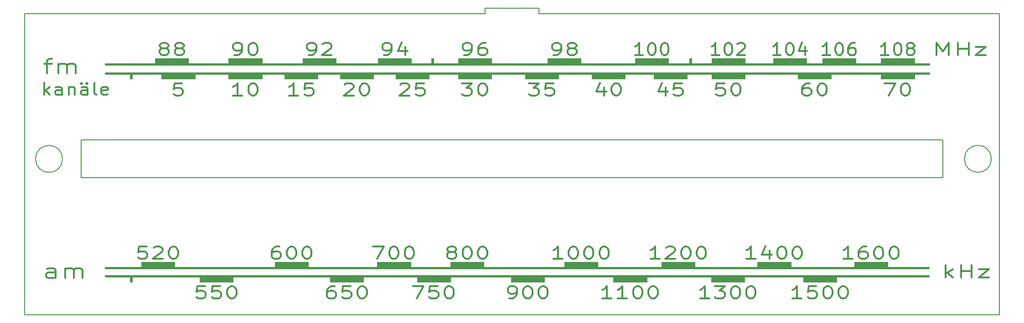
<source format=gts>
G04 #@! TF.GenerationSoftware,KiCad,Pcbnew,(5.1.7)-1*
G04 #@! TF.CreationDate,2022-10-22T23:27:14+02:00*
G04 #@! TF.ProjectId,Skala,536b616c-612e-46b6-9963-61645f706362,rev?*
G04 #@! TF.SameCoordinates,Original*
G04 #@! TF.FileFunction,Soldermask,Top*
G04 #@! TF.FilePolarity,Negative*
%FSLAX46Y46*%
G04 Gerber Fmt 4.6, Leading zero omitted, Abs format (unit mm)*
G04 Created by KiCad (PCBNEW (5.1.7)-1) date 2022-10-22 23:27:14*
%MOMM*%
%LPD*%
G01*
G04 APERTURE LIST*
G04 #@! TA.AperFunction,Profile*
%ADD10C,0.150000*%
G04 #@! TD*
%ADD11C,0.050000*%
%ADD12C,0.350000*%
%ADD13C,0.400000*%
G04 APERTURE END LIST*
D10*
X125000000Y-29000000D02*
X115000000Y-29000000D01*
X125000000Y-30000000D02*
X125000000Y-29000000D01*
X115000000Y-30000000D02*
X115000000Y-29000000D01*
X125000000Y-30000000D02*
X210500000Y-30000000D01*
D11*
G36*
X49450000Y-79850000D02*
G01*
X49050000Y-79850000D01*
X49050000Y-79000000D01*
X49450000Y-79000000D01*
X49450000Y-79850000D01*
G37*
X49450000Y-79850000D02*
X49050000Y-79850000D01*
X49050000Y-79000000D01*
X49450000Y-79000000D01*
X49450000Y-79850000D01*
D12*
X173771428Y-82917857D02*
X172057142Y-82917857D01*
X172914285Y-82917857D02*
X172914285Y-80667857D01*
X172628571Y-80989285D01*
X172342857Y-81203571D01*
X172057142Y-81310714D01*
X176485714Y-80667857D02*
X175057142Y-80667857D01*
X174914285Y-81739285D01*
X175057142Y-81632142D01*
X175342857Y-81525000D01*
X176057142Y-81525000D01*
X176342857Y-81632142D01*
X176485714Y-81739285D01*
X176628571Y-81953571D01*
X176628571Y-82489285D01*
X176485714Y-82703571D01*
X176342857Y-82810714D01*
X176057142Y-82917857D01*
X175342857Y-82917857D01*
X175057142Y-82810714D01*
X174914285Y-82703571D01*
X178485714Y-80667857D02*
X178771428Y-80667857D01*
X179057142Y-80775000D01*
X179200000Y-80882142D01*
X179342857Y-81096428D01*
X179485714Y-81525000D01*
X179485714Y-82060714D01*
X179342857Y-82489285D01*
X179200000Y-82703571D01*
X179057142Y-82810714D01*
X178771428Y-82917857D01*
X178485714Y-82917857D01*
X178200000Y-82810714D01*
X178057142Y-82703571D01*
X177914285Y-82489285D01*
X177771428Y-82060714D01*
X177771428Y-81525000D01*
X177914285Y-81096428D01*
X178057142Y-80882142D01*
X178200000Y-80775000D01*
X178485714Y-80667857D01*
X181342857Y-80667857D02*
X181628571Y-80667857D01*
X181914285Y-80775000D01*
X182057142Y-80882142D01*
X182200000Y-81096428D01*
X182342857Y-81525000D01*
X182342857Y-82060714D01*
X182200000Y-82489285D01*
X182057142Y-82703571D01*
X181914285Y-82810714D01*
X181628571Y-82917857D01*
X181342857Y-82917857D01*
X181057142Y-82810714D01*
X180914285Y-82703571D01*
X180771428Y-82489285D01*
X180628571Y-82060714D01*
X180628571Y-81525000D01*
X180771428Y-81096428D01*
X180914285Y-80882142D01*
X181057142Y-80775000D01*
X181342857Y-80667857D01*
X156621428Y-82917857D02*
X154907142Y-82917857D01*
X155764285Y-82917857D02*
X155764285Y-80667857D01*
X155478571Y-80989285D01*
X155192857Y-81203571D01*
X154907142Y-81310714D01*
X157621428Y-80667857D02*
X159478571Y-80667857D01*
X158478571Y-81525000D01*
X158907142Y-81525000D01*
X159192857Y-81632142D01*
X159335714Y-81739285D01*
X159478571Y-81953571D01*
X159478571Y-82489285D01*
X159335714Y-82703571D01*
X159192857Y-82810714D01*
X158907142Y-82917857D01*
X158050000Y-82917857D01*
X157764285Y-82810714D01*
X157621428Y-82703571D01*
X161335714Y-80667857D02*
X161621428Y-80667857D01*
X161907142Y-80775000D01*
X162050000Y-80882142D01*
X162192857Y-81096428D01*
X162335714Y-81525000D01*
X162335714Y-82060714D01*
X162192857Y-82489285D01*
X162050000Y-82703571D01*
X161907142Y-82810714D01*
X161621428Y-82917857D01*
X161335714Y-82917857D01*
X161050000Y-82810714D01*
X160907142Y-82703571D01*
X160764285Y-82489285D01*
X160621428Y-82060714D01*
X160621428Y-81525000D01*
X160764285Y-81096428D01*
X160907142Y-80882142D01*
X161050000Y-80775000D01*
X161335714Y-80667857D01*
X164192857Y-80667857D02*
X164478571Y-80667857D01*
X164764285Y-80775000D01*
X164907142Y-80882142D01*
X165050000Y-81096428D01*
X165192857Y-81525000D01*
X165192857Y-82060714D01*
X165050000Y-82489285D01*
X164907142Y-82703571D01*
X164764285Y-82810714D01*
X164478571Y-82917857D01*
X164192857Y-82917857D01*
X163907142Y-82810714D01*
X163764285Y-82703571D01*
X163621428Y-82489285D01*
X163478571Y-82060714D01*
X163478571Y-81525000D01*
X163621428Y-81096428D01*
X163764285Y-80882142D01*
X163907142Y-80775000D01*
X164192857Y-80667857D01*
X138471428Y-82917857D02*
X136757142Y-82917857D01*
X137614285Y-82917857D02*
X137614285Y-80667857D01*
X137328571Y-80989285D01*
X137042857Y-81203571D01*
X136757142Y-81310714D01*
X141328571Y-82917857D02*
X139614285Y-82917857D01*
X140471428Y-82917857D02*
X140471428Y-80667857D01*
X140185714Y-80989285D01*
X139900000Y-81203571D01*
X139614285Y-81310714D01*
X143185714Y-80667857D02*
X143471428Y-80667857D01*
X143757142Y-80775000D01*
X143900000Y-80882142D01*
X144042857Y-81096428D01*
X144185714Y-81525000D01*
X144185714Y-82060714D01*
X144042857Y-82489285D01*
X143900000Y-82703571D01*
X143757142Y-82810714D01*
X143471428Y-82917857D01*
X143185714Y-82917857D01*
X142900000Y-82810714D01*
X142757142Y-82703571D01*
X142614285Y-82489285D01*
X142471428Y-82060714D01*
X142471428Y-81525000D01*
X142614285Y-81096428D01*
X142757142Y-80882142D01*
X142900000Y-80775000D01*
X143185714Y-80667857D01*
X146042857Y-80667857D02*
X146328571Y-80667857D01*
X146614285Y-80775000D01*
X146757142Y-80882142D01*
X146900000Y-81096428D01*
X147042857Y-81525000D01*
X147042857Y-82060714D01*
X146900000Y-82489285D01*
X146757142Y-82703571D01*
X146614285Y-82810714D01*
X146328571Y-82917857D01*
X146042857Y-82917857D01*
X145757142Y-82810714D01*
X145614285Y-82703571D01*
X145471428Y-82489285D01*
X145328571Y-82060714D01*
X145328571Y-81525000D01*
X145471428Y-81096428D01*
X145614285Y-80882142D01*
X145757142Y-80775000D01*
X146042857Y-80667857D01*
X119471428Y-82917857D02*
X120042857Y-82917857D01*
X120328571Y-82810714D01*
X120471428Y-82703571D01*
X120757142Y-82382142D01*
X120900000Y-81953571D01*
X120900000Y-81096428D01*
X120757142Y-80882142D01*
X120614285Y-80775000D01*
X120328571Y-80667857D01*
X119757142Y-80667857D01*
X119471428Y-80775000D01*
X119328571Y-80882142D01*
X119185714Y-81096428D01*
X119185714Y-81632142D01*
X119328571Y-81846428D01*
X119471428Y-81953571D01*
X119757142Y-82060714D01*
X120328571Y-82060714D01*
X120614285Y-81953571D01*
X120757142Y-81846428D01*
X120900000Y-81632142D01*
X122757142Y-80667857D02*
X123042857Y-80667857D01*
X123328571Y-80775000D01*
X123471428Y-80882142D01*
X123614285Y-81096428D01*
X123757142Y-81525000D01*
X123757142Y-82060714D01*
X123614285Y-82489285D01*
X123471428Y-82703571D01*
X123328571Y-82810714D01*
X123042857Y-82917857D01*
X122757142Y-82917857D01*
X122471428Y-82810714D01*
X122328571Y-82703571D01*
X122185714Y-82489285D01*
X122042857Y-82060714D01*
X122042857Y-81525000D01*
X122185714Y-81096428D01*
X122328571Y-80882142D01*
X122471428Y-80775000D01*
X122757142Y-80667857D01*
X125614285Y-80667857D02*
X125900000Y-80667857D01*
X126185714Y-80775000D01*
X126328571Y-80882142D01*
X126471428Y-81096428D01*
X126614285Y-81525000D01*
X126614285Y-82060714D01*
X126471428Y-82489285D01*
X126328571Y-82703571D01*
X126185714Y-82810714D01*
X125900000Y-82917857D01*
X125614285Y-82917857D01*
X125328571Y-82810714D01*
X125185714Y-82703571D01*
X125042857Y-82489285D01*
X124900000Y-82060714D01*
X124900000Y-81525000D01*
X125042857Y-81096428D01*
X125185714Y-80882142D01*
X125328571Y-80775000D01*
X125614285Y-80667857D01*
X101592857Y-80667857D02*
X103592857Y-80667857D01*
X102307142Y-82917857D01*
X106164285Y-80667857D02*
X104735714Y-80667857D01*
X104592857Y-81739285D01*
X104735714Y-81632142D01*
X105021428Y-81525000D01*
X105735714Y-81525000D01*
X106021428Y-81632142D01*
X106164285Y-81739285D01*
X106307142Y-81953571D01*
X106307142Y-82489285D01*
X106164285Y-82703571D01*
X106021428Y-82810714D01*
X105735714Y-82917857D01*
X105021428Y-82917857D01*
X104735714Y-82810714D01*
X104592857Y-82703571D01*
X108164285Y-80667857D02*
X108450000Y-80667857D01*
X108735714Y-80775000D01*
X108878571Y-80882142D01*
X109021428Y-81096428D01*
X109164285Y-81525000D01*
X109164285Y-82060714D01*
X109021428Y-82489285D01*
X108878571Y-82703571D01*
X108735714Y-82810714D01*
X108450000Y-82917857D01*
X108164285Y-82917857D01*
X107878571Y-82810714D01*
X107735714Y-82703571D01*
X107592857Y-82489285D01*
X107450000Y-82060714D01*
X107450000Y-81525000D01*
X107592857Y-81096428D01*
X107735714Y-80882142D01*
X107878571Y-80775000D01*
X108164285Y-80667857D01*
X87014285Y-80667857D02*
X86442857Y-80667857D01*
X86157142Y-80775000D01*
X86014285Y-80882142D01*
X85728571Y-81203571D01*
X85585714Y-81632142D01*
X85585714Y-82489285D01*
X85728571Y-82703571D01*
X85871428Y-82810714D01*
X86157142Y-82917857D01*
X86728571Y-82917857D01*
X87014285Y-82810714D01*
X87157142Y-82703571D01*
X87300000Y-82489285D01*
X87300000Y-81953571D01*
X87157142Y-81739285D01*
X87014285Y-81632142D01*
X86728571Y-81525000D01*
X86157142Y-81525000D01*
X85871428Y-81632142D01*
X85728571Y-81739285D01*
X85585714Y-81953571D01*
X90014285Y-80667857D02*
X88585714Y-80667857D01*
X88442857Y-81739285D01*
X88585714Y-81632142D01*
X88871428Y-81525000D01*
X89585714Y-81525000D01*
X89871428Y-81632142D01*
X90014285Y-81739285D01*
X90157142Y-81953571D01*
X90157142Y-82489285D01*
X90014285Y-82703571D01*
X89871428Y-82810714D01*
X89585714Y-82917857D01*
X88871428Y-82917857D01*
X88585714Y-82810714D01*
X88442857Y-82703571D01*
X92014285Y-80667857D02*
X92300000Y-80667857D01*
X92585714Y-80775000D01*
X92728571Y-80882142D01*
X92871428Y-81096428D01*
X93014285Y-81525000D01*
X93014285Y-82060714D01*
X92871428Y-82489285D01*
X92728571Y-82703571D01*
X92585714Y-82810714D01*
X92300000Y-82917857D01*
X92014285Y-82917857D01*
X91728571Y-82810714D01*
X91585714Y-82703571D01*
X91442857Y-82489285D01*
X91300000Y-82060714D01*
X91300000Y-81525000D01*
X91442857Y-81096428D01*
X91585714Y-80882142D01*
X91728571Y-80775000D01*
X92014285Y-80667857D01*
X62957142Y-80667857D02*
X61528571Y-80667857D01*
X61385714Y-81739285D01*
X61528571Y-81632142D01*
X61814285Y-81525000D01*
X62528571Y-81525000D01*
X62814285Y-81632142D01*
X62957142Y-81739285D01*
X63100000Y-81953571D01*
X63100000Y-82489285D01*
X62957142Y-82703571D01*
X62814285Y-82810714D01*
X62528571Y-82917857D01*
X61814285Y-82917857D01*
X61528571Y-82810714D01*
X61385714Y-82703571D01*
X65814285Y-80667857D02*
X64385714Y-80667857D01*
X64242857Y-81739285D01*
X64385714Y-81632142D01*
X64671428Y-81525000D01*
X65385714Y-81525000D01*
X65671428Y-81632142D01*
X65814285Y-81739285D01*
X65957142Y-81953571D01*
X65957142Y-82489285D01*
X65814285Y-82703571D01*
X65671428Y-82810714D01*
X65385714Y-82917857D01*
X64671428Y-82917857D01*
X64385714Y-82810714D01*
X64242857Y-82703571D01*
X67814285Y-80667857D02*
X68100000Y-80667857D01*
X68385714Y-80775000D01*
X68528571Y-80882142D01*
X68671428Y-81096428D01*
X68814285Y-81525000D01*
X68814285Y-82060714D01*
X68671428Y-82489285D01*
X68528571Y-82703571D01*
X68385714Y-82810714D01*
X68100000Y-82917857D01*
X67814285Y-82917857D01*
X67528571Y-82810714D01*
X67385714Y-82703571D01*
X67242857Y-82489285D01*
X67100000Y-82060714D01*
X67100000Y-81525000D01*
X67242857Y-81096428D01*
X67385714Y-80882142D01*
X67528571Y-80775000D01*
X67814285Y-80667857D01*
X183221428Y-75567857D02*
X181507142Y-75567857D01*
X182364285Y-75567857D02*
X182364285Y-73317857D01*
X182078571Y-73639285D01*
X181792857Y-73853571D01*
X181507142Y-73960714D01*
X185792857Y-73317857D02*
X185221428Y-73317857D01*
X184935714Y-73425000D01*
X184792857Y-73532142D01*
X184507142Y-73853571D01*
X184364285Y-74282142D01*
X184364285Y-75139285D01*
X184507142Y-75353571D01*
X184650000Y-75460714D01*
X184935714Y-75567857D01*
X185507142Y-75567857D01*
X185792857Y-75460714D01*
X185935714Y-75353571D01*
X186078571Y-75139285D01*
X186078571Y-74603571D01*
X185935714Y-74389285D01*
X185792857Y-74282142D01*
X185507142Y-74175000D01*
X184935714Y-74175000D01*
X184650000Y-74282142D01*
X184507142Y-74389285D01*
X184364285Y-74603571D01*
X187935714Y-73317857D02*
X188221428Y-73317857D01*
X188507142Y-73425000D01*
X188650000Y-73532142D01*
X188792857Y-73746428D01*
X188935714Y-74175000D01*
X188935714Y-74710714D01*
X188792857Y-75139285D01*
X188650000Y-75353571D01*
X188507142Y-75460714D01*
X188221428Y-75567857D01*
X187935714Y-75567857D01*
X187650000Y-75460714D01*
X187507142Y-75353571D01*
X187364285Y-75139285D01*
X187221428Y-74710714D01*
X187221428Y-74175000D01*
X187364285Y-73746428D01*
X187507142Y-73532142D01*
X187650000Y-73425000D01*
X187935714Y-73317857D01*
X190792857Y-73317857D02*
X191078571Y-73317857D01*
X191364285Y-73425000D01*
X191507142Y-73532142D01*
X191650000Y-73746428D01*
X191792857Y-74175000D01*
X191792857Y-74710714D01*
X191650000Y-75139285D01*
X191507142Y-75353571D01*
X191364285Y-75460714D01*
X191078571Y-75567857D01*
X190792857Y-75567857D01*
X190507142Y-75460714D01*
X190364285Y-75353571D01*
X190221428Y-75139285D01*
X190078571Y-74710714D01*
X190078571Y-74175000D01*
X190221428Y-73746428D01*
X190364285Y-73532142D01*
X190507142Y-73425000D01*
X190792857Y-73317857D01*
X165221428Y-75567857D02*
X163507142Y-75567857D01*
X164364285Y-75567857D02*
X164364285Y-73317857D01*
X164078571Y-73639285D01*
X163792857Y-73853571D01*
X163507142Y-73960714D01*
X167792857Y-74067857D02*
X167792857Y-75567857D01*
X167078571Y-73210714D02*
X166364285Y-74817857D01*
X168221428Y-74817857D01*
X169935714Y-73317857D02*
X170221428Y-73317857D01*
X170507142Y-73425000D01*
X170650000Y-73532142D01*
X170792857Y-73746428D01*
X170935714Y-74175000D01*
X170935714Y-74710714D01*
X170792857Y-75139285D01*
X170650000Y-75353571D01*
X170507142Y-75460714D01*
X170221428Y-75567857D01*
X169935714Y-75567857D01*
X169650000Y-75460714D01*
X169507142Y-75353571D01*
X169364285Y-75139285D01*
X169221428Y-74710714D01*
X169221428Y-74175000D01*
X169364285Y-73746428D01*
X169507142Y-73532142D01*
X169650000Y-73425000D01*
X169935714Y-73317857D01*
X172792857Y-73317857D02*
X173078571Y-73317857D01*
X173364285Y-73425000D01*
X173507142Y-73532142D01*
X173650000Y-73746428D01*
X173792857Y-74175000D01*
X173792857Y-74710714D01*
X173650000Y-75139285D01*
X173507142Y-75353571D01*
X173364285Y-75460714D01*
X173078571Y-75567857D01*
X172792857Y-75567857D01*
X172507142Y-75460714D01*
X172364285Y-75353571D01*
X172221428Y-75139285D01*
X172078571Y-74710714D01*
X172078571Y-74175000D01*
X172221428Y-73746428D01*
X172364285Y-73532142D01*
X172507142Y-73425000D01*
X172792857Y-73317857D01*
X147421428Y-75567857D02*
X145707142Y-75567857D01*
X146564285Y-75567857D02*
X146564285Y-73317857D01*
X146278571Y-73639285D01*
X145992857Y-73853571D01*
X145707142Y-73960714D01*
X148564285Y-73532142D02*
X148707142Y-73425000D01*
X148992857Y-73317857D01*
X149707142Y-73317857D01*
X149992857Y-73425000D01*
X150135714Y-73532142D01*
X150278571Y-73746428D01*
X150278571Y-73960714D01*
X150135714Y-74282142D01*
X148421428Y-75567857D01*
X150278571Y-75567857D01*
X152135714Y-73317857D02*
X152421428Y-73317857D01*
X152707142Y-73425000D01*
X152850000Y-73532142D01*
X152992857Y-73746428D01*
X153135714Y-74175000D01*
X153135714Y-74710714D01*
X152992857Y-75139285D01*
X152850000Y-75353571D01*
X152707142Y-75460714D01*
X152421428Y-75567857D01*
X152135714Y-75567857D01*
X151850000Y-75460714D01*
X151707142Y-75353571D01*
X151564285Y-75139285D01*
X151421428Y-74710714D01*
X151421428Y-74175000D01*
X151564285Y-73746428D01*
X151707142Y-73532142D01*
X151850000Y-73425000D01*
X152135714Y-73317857D01*
X154992857Y-73317857D02*
X155278571Y-73317857D01*
X155564285Y-73425000D01*
X155707142Y-73532142D01*
X155850000Y-73746428D01*
X155992857Y-74175000D01*
X155992857Y-74710714D01*
X155850000Y-75139285D01*
X155707142Y-75353571D01*
X155564285Y-75460714D01*
X155278571Y-75567857D01*
X154992857Y-75567857D01*
X154707142Y-75460714D01*
X154564285Y-75353571D01*
X154421428Y-75139285D01*
X154278571Y-74710714D01*
X154278571Y-74175000D01*
X154421428Y-73746428D01*
X154564285Y-73532142D01*
X154707142Y-73425000D01*
X154992857Y-73317857D01*
X129371428Y-75567857D02*
X127657142Y-75567857D01*
X128514285Y-75567857D02*
X128514285Y-73317857D01*
X128228571Y-73639285D01*
X127942857Y-73853571D01*
X127657142Y-73960714D01*
X131228571Y-73317857D02*
X131514285Y-73317857D01*
X131800000Y-73425000D01*
X131942857Y-73532142D01*
X132085714Y-73746428D01*
X132228571Y-74175000D01*
X132228571Y-74710714D01*
X132085714Y-75139285D01*
X131942857Y-75353571D01*
X131800000Y-75460714D01*
X131514285Y-75567857D01*
X131228571Y-75567857D01*
X130942857Y-75460714D01*
X130800000Y-75353571D01*
X130657142Y-75139285D01*
X130514285Y-74710714D01*
X130514285Y-74175000D01*
X130657142Y-73746428D01*
X130800000Y-73532142D01*
X130942857Y-73425000D01*
X131228571Y-73317857D01*
X134085714Y-73317857D02*
X134371428Y-73317857D01*
X134657142Y-73425000D01*
X134800000Y-73532142D01*
X134942857Y-73746428D01*
X135085714Y-74175000D01*
X135085714Y-74710714D01*
X134942857Y-75139285D01*
X134800000Y-75353571D01*
X134657142Y-75460714D01*
X134371428Y-75567857D01*
X134085714Y-75567857D01*
X133800000Y-75460714D01*
X133657142Y-75353571D01*
X133514285Y-75139285D01*
X133371428Y-74710714D01*
X133371428Y-74175000D01*
X133514285Y-73746428D01*
X133657142Y-73532142D01*
X133800000Y-73425000D01*
X134085714Y-73317857D01*
X136942857Y-73317857D02*
X137228571Y-73317857D01*
X137514285Y-73425000D01*
X137657142Y-73532142D01*
X137800000Y-73746428D01*
X137942857Y-74175000D01*
X137942857Y-74710714D01*
X137800000Y-75139285D01*
X137657142Y-75353571D01*
X137514285Y-75460714D01*
X137228571Y-75567857D01*
X136942857Y-75567857D01*
X136657142Y-75460714D01*
X136514285Y-75353571D01*
X136371428Y-75139285D01*
X136228571Y-74710714D01*
X136228571Y-74175000D01*
X136371428Y-73746428D01*
X136514285Y-73532142D01*
X136657142Y-73425000D01*
X136942857Y-73317857D01*
X108507142Y-74282142D02*
X108221428Y-74175000D01*
X108078571Y-74067857D01*
X107935714Y-73853571D01*
X107935714Y-73746428D01*
X108078571Y-73532142D01*
X108221428Y-73425000D01*
X108507142Y-73317857D01*
X109078571Y-73317857D01*
X109364285Y-73425000D01*
X109507142Y-73532142D01*
X109650000Y-73746428D01*
X109650000Y-73853571D01*
X109507142Y-74067857D01*
X109364285Y-74175000D01*
X109078571Y-74282142D01*
X108507142Y-74282142D01*
X108221428Y-74389285D01*
X108078571Y-74496428D01*
X107935714Y-74710714D01*
X107935714Y-75139285D01*
X108078571Y-75353571D01*
X108221428Y-75460714D01*
X108507142Y-75567857D01*
X109078571Y-75567857D01*
X109364285Y-75460714D01*
X109507142Y-75353571D01*
X109650000Y-75139285D01*
X109650000Y-74710714D01*
X109507142Y-74496428D01*
X109364285Y-74389285D01*
X109078571Y-74282142D01*
X111507142Y-73317857D02*
X111792857Y-73317857D01*
X112078571Y-73425000D01*
X112221428Y-73532142D01*
X112364285Y-73746428D01*
X112507142Y-74175000D01*
X112507142Y-74710714D01*
X112364285Y-75139285D01*
X112221428Y-75353571D01*
X112078571Y-75460714D01*
X111792857Y-75567857D01*
X111507142Y-75567857D01*
X111221428Y-75460714D01*
X111078571Y-75353571D01*
X110935714Y-75139285D01*
X110792857Y-74710714D01*
X110792857Y-74175000D01*
X110935714Y-73746428D01*
X111078571Y-73532142D01*
X111221428Y-73425000D01*
X111507142Y-73317857D01*
X114364285Y-73317857D02*
X114650000Y-73317857D01*
X114935714Y-73425000D01*
X115078571Y-73532142D01*
X115221428Y-73746428D01*
X115364285Y-74175000D01*
X115364285Y-74710714D01*
X115221428Y-75139285D01*
X115078571Y-75353571D01*
X114935714Y-75460714D01*
X114650000Y-75567857D01*
X114364285Y-75567857D01*
X114078571Y-75460714D01*
X113935714Y-75353571D01*
X113792857Y-75139285D01*
X113650000Y-74710714D01*
X113650000Y-74175000D01*
X113792857Y-73746428D01*
X113935714Y-73532142D01*
X114078571Y-73425000D01*
X114364285Y-73317857D01*
X94192857Y-73317857D02*
X96192857Y-73317857D01*
X94907142Y-75567857D01*
X97907142Y-73317857D02*
X98192857Y-73317857D01*
X98478571Y-73425000D01*
X98621428Y-73532142D01*
X98764285Y-73746428D01*
X98907142Y-74175000D01*
X98907142Y-74710714D01*
X98764285Y-75139285D01*
X98621428Y-75353571D01*
X98478571Y-75460714D01*
X98192857Y-75567857D01*
X97907142Y-75567857D01*
X97621428Y-75460714D01*
X97478571Y-75353571D01*
X97335714Y-75139285D01*
X97192857Y-74710714D01*
X97192857Y-74175000D01*
X97335714Y-73746428D01*
X97478571Y-73532142D01*
X97621428Y-73425000D01*
X97907142Y-73317857D01*
X100764285Y-73317857D02*
X101050000Y-73317857D01*
X101335714Y-73425000D01*
X101478571Y-73532142D01*
X101621428Y-73746428D01*
X101764285Y-74175000D01*
X101764285Y-74710714D01*
X101621428Y-75139285D01*
X101478571Y-75353571D01*
X101335714Y-75460714D01*
X101050000Y-75567857D01*
X100764285Y-75567857D01*
X100478571Y-75460714D01*
X100335714Y-75353571D01*
X100192857Y-75139285D01*
X100050000Y-74710714D01*
X100050000Y-74175000D01*
X100192857Y-73746428D01*
X100335714Y-73532142D01*
X100478571Y-73425000D01*
X100764285Y-73317857D01*
X76764285Y-73317857D02*
X76192857Y-73317857D01*
X75907142Y-73425000D01*
X75764285Y-73532142D01*
X75478571Y-73853571D01*
X75335714Y-74282142D01*
X75335714Y-75139285D01*
X75478571Y-75353571D01*
X75621428Y-75460714D01*
X75907142Y-75567857D01*
X76478571Y-75567857D01*
X76764285Y-75460714D01*
X76907142Y-75353571D01*
X77050000Y-75139285D01*
X77050000Y-74603571D01*
X76907142Y-74389285D01*
X76764285Y-74282142D01*
X76478571Y-74175000D01*
X75907142Y-74175000D01*
X75621428Y-74282142D01*
X75478571Y-74389285D01*
X75335714Y-74603571D01*
X78907142Y-73317857D02*
X79192857Y-73317857D01*
X79478571Y-73425000D01*
X79621428Y-73532142D01*
X79764285Y-73746428D01*
X79907142Y-74175000D01*
X79907142Y-74710714D01*
X79764285Y-75139285D01*
X79621428Y-75353571D01*
X79478571Y-75460714D01*
X79192857Y-75567857D01*
X78907142Y-75567857D01*
X78621428Y-75460714D01*
X78478571Y-75353571D01*
X78335714Y-75139285D01*
X78192857Y-74710714D01*
X78192857Y-74175000D01*
X78335714Y-73746428D01*
X78478571Y-73532142D01*
X78621428Y-73425000D01*
X78907142Y-73317857D01*
X81764285Y-73317857D02*
X82050000Y-73317857D01*
X82335714Y-73425000D01*
X82478571Y-73532142D01*
X82621428Y-73746428D01*
X82764285Y-74175000D01*
X82764285Y-74710714D01*
X82621428Y-75139285D01*
X82478571Y-75353571D01*
X82335714Y-75460714D01*
X82050000Y-75567857D01*
X81764285Y-75567857D01*
X81478571Y-75460714D01*
X81335714Y-75353571D01*
X81192857Y-75139285D01*
X81050000Y-74710714D01*
X81050000Y-74175000D01*
X81192857Y-73746428D01*
X81335714Y-73532142D01*
X81478571Y-73425000D01*
X81764285Y-73317857D01*
X52107142Y-73317857D02*
X50678571Y-73317857D01*
X50535714Y-74389285D01*
X50678571Y-74282142D01*
X50964285Y-74175000D01*
X51678571Y-74175000D01*
X51964285Y-74282142D01*
X52107142Y-74389285D01*
X52250000Y-74603571D01*
X52250000Y-75139285D01*
X52107142Y-75353571D01*
X51964285Y-75460714D01*
X51678571Y-75567857D01*
X50964285Y-75567857D01*
X50678571Y-75460714D01*
X50535714Y-75353571D01*
X53392857Y-73532142D02*
X53535714Y-73425000D01*
X53821428Y-73317857D01*
X54535714Y-73317857D01*
X54821428Y-73425000D01*
X54964285Y-73532142D01*
X55107142Y-73746428D01*
X55107142Y-73960714D01*
X54964285Y-74282142D01*
X53250000Y-75567857D01*
X55107142Y-75567857D01*
X56964285Y-73317857D02*
X57250000Y-73317857D01*
X57535714Y-73425000D01*
X57678571Y-73532142D01*
X57821428Y-73746428D01*
X57964285Y-74175000D01*
X57964285Y-74710714D01*
X57821428Y-75139285D01*
X57678571Y-75353571D01*
X57535714Y-75460714D01*
X57250000Y-75567857D01*
X56964285Y-75567857D01*
X56678571Y-75460714D01*
X56535714Y-75353571D01*
X56392857Y-75139285D01*
X56250000Y-74710714D01*
X56250000Y-74175000D01*
X56392857Y-73746428D01*
X56535714Y-73532142D01*
X56678571Y-73425000D01*
X56964285Y-73317857D01*
X200516666Y-79042857D02*
X200516666Y-76792857D01*
X200850000Y-78185714D02*
X201850000Y-79042857D01*
X201850000Y-77542857D02*
X200516666Y-78400000D01*
X203350000Y-79042857D02*
X203350000Y-76792857D01*
X203350000Y-77864285D02*
X205350000Y-77864285D01*
X205350000Y-79042857D02*
X205350000Y-76792857D01*
X206683333Y-77542857D02*
X208516666Y-77542857D01*
X206683333Y-79042857D01*
X208516666Y-79042857D01*
D11*
G36*
X189750000Y-77050000D02*
G01*
X183550000Y-77050000D01*
X183550000Y-76200000D01*
X189750000Y-76200000D01*
X189750000Y-77050000D01*
G37*
X189750000Y-77050000D02*
X183550000Y-77050000D01*
X183550000Y-76200000D01*
X189750000Y-76200000D01*
X189750000Y-77050000D01*
G36*
X171750000Y-77050000D02*
G01*
X165550000Y-77050000D01*
X165550000Y-76200000D01*
X171750000Y-76200000D01*
X171750000Y-77050000D01*
G37*
X171750000Y-77050000D02*
X165550000Y-77050000D01*
X165550000Y-76200000D01*
X171750000Y-76200000D01*
X171750000Y-77050000D01*
G36*
X153950000Y-77050000D02*
G01*
X147750000Y-77050000D01*
X147750000Y-76200000D01*
X153950000Y-76200000D01*
X153950000Y-77050000D01*
G37*
X153950000Y-77050000D02*
X147750000Y-77050000D01*
X147750000Y-76200000D01*
X153950000Y-76200000D01*
X153950000Y-77050000D01*
G36*
X135900000Y-77050000D02*
G01*
X129700000Y-77050000D01*
X129700000Y-76200000D01*
X135900000Y-76200000D01*
X135900000Y-77050000D01*
G37*
X135900000Y-77050000D02*
X129700000Y-77050000D01*
X129700000Y-76200000D01*
X135900000Y-76200000D01*
X135900000Y-77050000D01*
G36*
X114750000Y-77050000D02*
G01*
X108550000Y-77050000D01*
X108550000Y-76200000D01*
X114750000Y-76200000D01*
X114750000Y-77050000D01*
G37*
X114750000Y-77050000D02*
X108550000Y-77050000D01*
X108550000Y-76200000D01*
X114750000Y-76200000D01*
X114750000Y-77050000D01*
G36*
X101150000Y-77050000D02*
G01*
X94950000Y-77050000D01*
X94950000Y-76200000D01*
X101150000Y-76200000D01*
X101150000Y-77050000D01*
G37*
X101150000Y-77050000D02*
X94950000Y-77050000D01*
X94950000Y-76200000D01*
X101150000Y-76200000D01*
X101150000Y-77050000D01*
G36*
X82150000Y-77050000D02*
G01*
X75950000Y-77050000D01*
X75950000Y-76200000D01*
X82150000Y-76200000D01*
X82150000Y-77050000D01*
G37*
X82150000Y-77050000D02*
X75950000Y-77050000D01*
X75950000Y-76200000D01*
X82150000Y-76200000D01*
X82150000Y-77050000D01*
G36*
X180300000Y-79850000D02*
G01*
X174100000Y-79850000D01*
X174100000Y-79000000D01*
X180300000Y-79000000D01*
X180300000Y-79850000D01*
G37*
X180300000Y-79850000D02*
X174100000Y-79850000D01*
X174100000Y-79000000D01*
X180300000Y-79000000D01*
X180300000Y-79850000D01*
G36*
X163150000Y-79850000D02*
G01*
X156950000Y-79850000D01*
X156950000Y-79000000D01*
X163150000Y-79000000D01*
X163150000Y-79850000D01*
G37*
X163150000Y-79850000D02*
X156950000Y-79850000D01*
X156950000Y-79000000D01*
X163150000Y-79000000D01*
X163150000Y-79850000D01*
G36*
X145000000Y-79850000D02*
G01*
X138800000Y-79850000D01*
X138800000Y-79000000D01*
X145000000Y-79000000D01*
X145000000Y-79850000D01*
G37*
X145000000Y-79850000D02*
X138800000Y-79850000D01*
X138800000Y-79000000D01*
X145000000Y-79000000D01*
X145000000Y-79850000D01*
G36*
X126000000Y-79850000D02*
G01*
X119800000Y-79850000D01*
X119800000Y-79000000D01*
X126000000Y-79000000D01*
X126000000Y-79850000D01*
G37*
X126000000Y-79850000D02*
X119800000Y-79850000D01*
X119800000Y-79000000D01*
X126000000Y-79000000D01*
X126000000Y-79850000D01*
G36*
X108550000Y-79850000D02*
G01*
X102350000Y-79850000D01*
X102350000Y-79000000D01*
X108550000Y-79000000D01*
X108550000Y-79850000D01*
G37*
X108550000Y-79850000D02*
X102350000Y-79850000D01*
X102350000Y-79000000D01*
X108550000Y-79000000D01*
X108550000Y-79850000D01*
G36*
X92400000Y-79850000D02*
G01*
X86200000Y-79850000D01*
X86200000Y-79000000D01*
X92400000Y-79000000D01*
X92400000Y-79850000D01*
G37*
X92400000Y-79850000D02*
X86200000Y-79850000D01*
X86200000Y-79000000D01*
X92400000Y-79000000D01*
X92400000Y-79850000D01*
G36*
X68200000Y-79850000D02*
G01*
X62000000Y-79850000D01*
X62000000Y-79000000D01*
X68200000Y-79000000D01*
X68200000Y-79850000D01*
G37*
X68200000Y-79850000D02*
X62000000Y-79850000D01*
X62000000Y-79000000D01*
X68200000Y-79000000D01*
X68200000Y-79850000D01*
G36*
X57350000Y-77050000D02*
G01*
X51150000Y-77050000D01*
X51150000Y-76200000D01*
X57350000Y-76200000D01*
X57350000Y-77050000D01*
G37*
X57350000Y-77050000D02*
X51150000Y-77050000D01*
X51150000Y-76200000D01*
X57350000Y-76200000D01*
X57350000Y-77050000D01*
D12*
X198783333Y-37717857D02*
X198783333Y-35467857D01*
X199950000Y-37075000D01*
X201116666Y-35467857D01*
X201116666Y-37717857D01*
X202783333Y-37717857D02*
X202783333Y-35467857D01*
X202783333Y-36539285D02*
X204783333Y-36539285D01*
X204783333Y-37717857D02*
X204783333Y-35467857D01*
X206116666Y-36217857D02*
X207950000Y-36217857D01*
X206116666Y-37717857D01*
X207950000Y-37717857D01*
D13*
X44500000Y-78800000D02*
X197250000Y-78800000D01*
X44500000Y-77250000D02*
X197250000Y-77250000D01*
D12*
X35227500Y-79144047D02*
X35227500Y-77703571D01*
X35048928Y-77441666D01*
X34691785Y-77310714D01*
X33977500Y-77310714D01*
X33620357Y-77441666D01*
X35227500Y-79013095D02*
X34870357Y-79144047D01*
X33977500Y-79144047D01*
X33620357Y-79013095D01*
X33441785Y-78751190D01*
X33441785Y-78489285D01*
X33620357Y-78227380D01*
X33977500Y-78096428D01*
X34870357Y-78096428D01*
X35227500Y-77965476D01*
X37013214Y-79144047D02*
X37013214Y-77310714D01*
X37013214Y-77572619D02*
X37191785Y-77441666D01*
X37548928Y-77310714D01*
X38084642Y-77310714D01*
X38441785Y-77441666D01*
X38620357Y-77703571D01*
X38620357Y-79144047D01*
X38620357Y-77703571D02*
X38798928Y-77441666D01*
X39156071Y-77310714D01*
X39691785Y-77310714D01*
X40048928Y-77441666D01*
X40227500Y-77703571D01*
X40227500Y-79144047D01*
X33108452Y-45095238D02*
X33108452Y-42895238D01*
X33360833Y-44257142D02*
X34117976Y-45095238D01*
X34117976Y-43628571D02*
X33108452Y-44466666D01*
X36389404Y-45095238D02*
X36389404Y-43942857D01*
X36263214Y-43733333D01*
X36010833Y-43628571D01*
X35506071Y-43628571D01*
X35253690Y-43733333D01*
X36389404Y-44990476D02*
X36137023Y-45095238D01*
X35506071Y-45095238D01*
X35253690Y-44990476D01*
X35127500Y-44780952D01*
X35127500Y-44571428D01*
X35253690Y-44361904D01*
X35506071Y-44257142D01*
X36137023Y-44257142D01*
X36389404Y-44152380D01*
X37651309Y-43628571D02*
X37651309Y-45095238D01*
X37651309Y-43838095D02*
X37777500Y-43733333D01*
X38029880Y-43628571D01*
X38408452Y-43628571D01*
X38660833Y-43733333D01*
X38787023Y-43942857D01*
X38787023Y-45095238D01*
X41184642Y-45095238D02*
X41184642Y-43942857D01*
X41058452Y-43733333D01*
X40806071Y-43628571D01*
X40301309Y-43628571D01*
X40048928Y-43733333D01*
X41184642Y-44990476D02*
X40932261Y-45095238D01*
X40301309Y-45095238D01*
X40048928Y-44990476D01*
X39922738Y-44780952D01*
X39922738Y-44571428D01*
X40048928Y-44361904D01*
X40301309Y-44257142D01*
X40932261Y-44257142D01*
X41184642Y-44152380D01*
X40048928Y-42895238D02*
X40175119Y-43000000D01*
X40048928Y-43104761D01*
X39922738Y-43000000D01*
X40048928Y-42895238D01*
X40048928Y-43104761D01*
X41058452Y-42895238D02*
X41184642Y-43000000D01*
X41058452Y-43104761D01*
X40932261Y-43000000D01*
X41058452Y-42895238D01*
X41058452Y-43104761D01*
X42825119Y-45095238D02*
X42572738Y-44990476D01*
X42446547Y-44780952D01*
X42446547Y-42895238D01*
X44844166Y-44990476D02*
X44591785Y-45095238D01*
X44087023Y-45095238D01*
X43834642Y-44990476D01*
X43708452Y-44780952D01*
X43708452Y-43942857D01*
X43834642Y-43733333D01*
X44087023Y-43628571D01*
X44591785Y-43628571D01*
X44844166Y-43733333D01*
X44970357Y-43942857D01*
X44970357Y-44152380D01*
X43708452Y-44361904D01*
X33084642Y-39310714D02*
X34513214Y-39310714D01*
X33620357Y-41144047D02*
X33620357Y-38786904D01*
X33798928Y-38525000D01*
X34156071Y-38394047D01*
X34513214Y-38394047D01*
X35763214Y-41144047D02*
X35763214Y-39310714D01*
X35763214Y-39572619D02*
X35941785Y-39441666D01*
X36298928Y-39310714D01*
X36834642Y-39310714D01*
X37191785Y-39441666D01*
X37370357Y-39703571D01*
X37370357Y-41144047D01*
X37370357Y-39703571D02*
X37548928Y-39441666D01*
X37906071Y-39310714D01*
X38441785Y-39310714D01*
X38798928Y-39441666D01*
X38977500Y-39703571D01*
X38977500Y-41144047D01*
X189171428Y-42967857D02*
X191171428Y-42967857D01*
X189885714Y-45217857D01*
X192885714Y-42967857D02*
X193171428Y-42967857D01*
X193457142Y-43075000D01*
X193600000Y-43182142D01*
X193742857Y-43396428D01*
X193885714Y-43825000D01*
X193885714Y-44360714D01*
X193742857Y-44789285D01*
X193600000Y-45003571D01*
X193457142Y-45110714D01*
X193171428Y-45217857D01*
X192885714Y-45217857D01*
X192600000Y-45110714D01*
X192457142Y-45003571D01*
X192314285Y-44789285D01*
X192171428Y-44360714D01*
X192171428Y-43825000D01*
X192314285Y-43396428D01*
X192457142Y-43182142D01*
X192600000Y-43075000D01*
X192885714Y-42967857D01*
X175292857Y-42967857D02*
X174721428Y-42967857D01*
X174435714Y-43075000D01*
X174292857Y-43182142D01*
X174007142Y-43503571D01*
X173864285Y-43932142D01*
X173864285Y-44789285D01*
X174007142Y-45003571D01*
X174150000Y-45110714D01*
X174435714Y-45217857D01*
X175007142Y-45217857D01*
X175292857Y-45110714D01*
X175435714Y-45003571D01*
X175578571Y-44789285D01*
X175578571Y-44253571D01*
X175435714Y-44039285D01*
X175292857Y-43932142D01*
X175007142Y-43825000D01*
X174435714Y-43825000D01*
X174150000Y-43932142D01*
X174007142Y-44039285D01*
X173864285Y-44253571D01*
X177435714Y-42967857D02*
X177721428Y-42967857D01*
X178007142Y-43075000D01*
X178150000Y-43182142D01*
X178292857Y-43396428D01*
X178435714Y-43825000D01*
X178435714Y-44360714D01*
X178292857Y-44789285D01*
X178150000Y-45003571D01*
X178007142Y-45110714D01*
X177721428Y-45217857D01*
X177435714Y-45217857D01*
X177150000Y-45110714D01*
X177007142Y-45003571D01*
X176864285Y-44789285D01*
X176721428Y-44360714D01*
X176721428Y-43825000D01*
X176864285Y-43396428D01*
X177007142Y-43182142D01*
X177150000Y-43075000D01*
X177435714Y-42967857D01*
X159435714Y-42967857D02*
X158007142Y-42967857D01*
X157864285Y-44039285D01*
X158007142Y-43932142D01*
X158292857Y-43825000D01*
X159007142Y-43825000D01*
X159292857Y-43932142D01*
X159435714Y-44039285D01*
X159578571Y-44253571D01*
X159578571Y-44789285D01*
X159435714Y-45003571D01*
X159292857Y-45110714D01*
X159007142Y-45217857D01*
X158292857Y-45217857D01*
X158007142Y-45110714D01*
X157864285Y-45003571D01*
X161435714Y-42967857D02*
X161721428Y-42967857D01*
X162007142Y-43075000D01*
X162150000Y-43182142D01*
X162292857Y-43396428D01*
X162435714Y-43825000D01*
X162435714Y-44360714D01*
X162292857Y-44789285D01*
X162150000Y-45003571D01*
X162007142Y-45110714D01*
X161721428Y-45217857D01*
X161435714Y-45217857D01*
X161150000Y-45110714D01*
X161007142Y-45003571D01*
X160864285Y-44789285D01*
X160721428Y-44360714D01*
X160721428Y-43825000D01*
X160864285Y-43396428D01*
X161007142Y-43182142D01*
X161150000Y-43075000D01*
X161435714Y-42967857D01*
X148542857Y-43717857D02*
X148542857Y-45217857D01*
X147828571Y-42860714D02*
X147114285Y-44467857D01*
X148971428Y-44467857D01*
X151542857Y-42967857D02*
X150114285Y-42967857D01*
X149971428Y-44039285D01*
X150114285Y-43932142D01*
X150400000Y-43825000D01*
X151114285Y-43825000D01*
X151400000Y-43932142D01*
X151542857Y-44039285D01*
X151685714Y-44253571D01*
X151685714Y-44789285D01*
X151542857Y-45003571D01*
X151400000Y-45110714D01*
X151114285Y-45217857D01*
X150400000Y-45217857D01*
X150114285Y-45110714D01*
X149971428Y-45003571D01*
X137042857Y-43717857D02*
X137042857Y-45217857D01*
X136328571Y-42860714D02*
X135614285Y-44467857D01*
X137471428Y-44467857D01*
X139185714Y-42967857D02*
X139471428Y-42967857D01*
X139757142Y-43075000D01*
X139900000Y-43182142D01*
X140042857Y-43396428D01*
X140185714Y-43825000D01*
X140185714Y-44360714D01*
X140042857Y-44789285D01*
X139900000Y-45003571D01*
X139757142Y-45110714D01*
X139471428Y-45217857D01*
X139185714Y-45217857D01*
X138900000Y-45110714D01*
X138757142Y-45003571D01*
X138614285Y-44789285D01*
X138471428Y-44360714D01*
X138471428Y-43825000D01*
X138614285Y-43396428D01*
X138757142Y-43182142D01*
X138900000Y-43075000D01*
X139185714Y-42967857D01*
X123121428Y-42967857D02*
X124978571Y-42967857D01*
X123978571Y-43825000D01*
X124407142Y-43825000D01*
X124692857Y-43932142D01*
X124835714Y-44039285D01*
X124978571Y-44253571D01*
X124978571Y-44789285D01*
X124835714Y-45003571D01*
X124692857Y-45110714D01*
X124407142Y-45217857D01*
X123550000Y-45217857D01*
X123264285Y-45110714D01*
X123121428Y-45003571D01*
X127692857Y-42967857D02*
X126264285Y-42967857D01*
X126121428Y-44039285D01*
X126264285Y-43932142D01*
X126550000Y-43825000D01*
X127264285Y-43825000D01*
X127550000Y-43932142D01*
X127692857Y-44039285D01*
X127835714Y-44253571D01*
X127835714Y-44789285D01*
X127692857Y-45003571D01*
X127550000Y-45110714D01*
X127264285Y-45217857D01*
X126550000Y-45217857D01*
X126264285Y-45110714D01*
X126121428Y-45003571D01*
X110671428Y-42967857D02*
X112528571Y-42967857D01*
X111528571Y-43825000D01*
X111957142Y-43825000D01*
X112242857Y-43932142D01*
X112385714Y-44039285D01*
X112528571Y-44253571D01*
X112528571Y-44789285D01*
X112385714Y-45003571D01*
X112242857Y-45110714D01*
X111957142Y-45217857D01*
X111100000Y-45217857D01*
X110814285Y-45110714D01*
X110671428Y-45003571D01*
X114385714Y-42967857D02*
X114671428Y-42967857D01*
X114957142Y-43075000D01*
X115100000Y-43182142D01*
X115242857Y-43396428D01*
X115385714Y-43825000D01*
X115385714Y-44360714D01*
X115242857Y-44789285D01*
X115100000Y-45003571D01*
X114957142Y-45110714D01*
X114671428Y-45217857D01*
X114385714Y-45217857D01*
X114100000Y-45110714D01*
X113957142Y-45003571D01*
X113814285Y-44789285D01*
X113671428Y-44360714D01*
X113671428Y-43825000D01*
X113814285Y-43396428D01*
X113957142Y-43182142D01*
X114100000Y-43075000D01*
X114385714Y-42967857D01*
X99214285Y-43182142D02*
X99357142Y-43075000D01*
X99642857Y-42967857D01*
X100357142Y-42967857D01*
X100642857Y-43075000D01*
X100785714Y-43182142D01*
X100928571Y-43396428D01*
X100928571Y-43610714D01*
X100785714Y-43932142D01*
X99071428Y-45217857D01*
X100928571Y-45217857D01*
X103642857Y-42967857D02*
X102214285Y-42967857D01*
X102071428Y-44039285D01*
X102214285Y-43932142D01*
X102500000Y-43825000D01*
X103214285Y-43825000D01*
X103500000Y-43932142D01*
X103642857Y-44039285D01*
X103785714Y-44253571D01*
X103785714Y-44789285D01*
X103642857Y-45003571D01*
X103500000Y-45110714D01*
X103214285Y-45217857D01*
X102500000Y-45217857D01*
X102214285Y-45110714D01*
X102071428Y-45003571D01*
X88864285Y-43182142D02*
X89007142Y-43075000D01*
X89292857Y-42967857D01*
X90007142Y-42967857D01*
X90292857Y-43075000D01*
X90435714Y-43182142D01*
X90578571Y-43396428D01*
X90578571Y-43610714D01*
X90435714Y-43932142D01*
X88721428Y-45217857D01*
X90578571Y-45217857D01*
X92435714Y-42967857D02*
X92721428Y-42967857D01*
X93007142Y-43075000D01*
X93150000Y-43182142D01*
X93292857Y-43396428D01*
X93435714Y-43825000D01*
X93435714Y-44360714D01*
X93292857Y-44789285D01*
X93150000Y-45003571D01*
X93007142Y-45110714D01*
X92721428Y-45217857D01*
X92435714Y-45217857D01*
X92150000Y-45110714D01*
X92007142Y-45003571D01*
X91864285Y-44789285D01*
X91721428Y-44360714D01*
X91721428Y-43825000D01*
X91864285Y-43396428D01*
X92007142Y-43182142D01*
X92150000Y-43075000D01*
X92435714Y-42967857D01*
X80278571Y-45217857D02*
X78564285Y-45217857D01*
X79421428Y-45217857D02*
X79421428Y-42967857D01*
X79135714Y-43289285D01*
X78850000Y-43503571D01*
X78564285Y-43610714D01*
X82992857Y-42967857D02*
X81564285Y-42967857D01*
X81421428Y-44039285D01*
X81564285Y-43932142D01*
X81850000Y-43825000D01*
X82564285Y-43825000D01*
X82850000Y-43932142D01*
X82992857Y-44039285D01*
X83135714Y-44253571D01*
X83135714Y-44789285D01*
X82992857Y-45003571D01*
X82850000Y-45110714D01*
X82564285Y-45217857D01*
X81850000Y-45217857D01*
X81564285Y-45110714D01*
X81421428Y-45003571D01*
X69878571Y-45217857D02*
X68164285Y-45217857D01*
X69021428Y-45217857D02*
X69021428Y-42967857D01*
X68735714Y-43289285D01*
X68450000Y-43503571D01*
X68164285Y-43610714D01*
X71735714Y-42967857D02*
X72021428Y-42967857D01*
X72307142Y-43075000D01*
X72450000Y-43182142D01*
X72592857Y-43396428D01*
X72735714Y-43825000D01*
X72735714Y-44360714D01*
X72592857Y-44789285D01*
X72450000Y-45003571D01*
X72307142Y-45110714D01*
X72021428Y-45217857D01*
X71735714Y-45217857D01*
X71450000Y-45110714D01*
X71307142Y-45003571D01*
X71164285Y-44789285D01*
X71021428Y-44360714D01*
X71021428Y-43825000D01*
X71164285Y-43396428D01*
X71307142Y-43182142D01*
X71450000Y-43075000D01*
X71735714Y-42967857D01*
X58714285Y-42967857D02*
X57285714Y-42967857D01*
X57142857Y-44039285D01*
X57285714Y-43932142D01*
X57571428Y-43825000D01*
X58285714Y-43825000D01*
X58571428Y-43932142D01*
X58714285Y-44039285D01*
X58857142Y-44253571D01*
X58857142Y-44789285D01*
X58714285Y-45003571D01*
X58571428Y-45110714D01*
X58285714Y-45217857D01*
X57571428Y-45217857D01*
X57285714Y-45110714D01*
X57142857Y-45003571D01*
D11*
G36*
X49450000Y-42150000D02*
G01*
X49050000Y-42150000D01*
X49050000Y-41300000D01*
X49450000Y-41300000D01*
X49450000Y-42150000D01*
G37*
X49450000Y-42150000D02*
X49050000Y-42150000D01*
X49050000Y-41300000D01*
X49450000Y-41300000D01*
X49450000Y-42150000D01*
G36*
X61100000Y-42150000D02*
G01*
X54900000Y-42150000D01*
X54900000Y-41300000D01*
X61100000Y-41300000D01*
X61100000Y-42150000D01*
G37*
X61100000Y-42150000D02*
X54900000Y-42150000D01*
X54900000Y-41300000D01*
X61100000Y-41300000D01*
X61100000Y-42150000D01*
G36*
X73550000Y-42150000D02*
G01*
X67350000Y-42150000D01*
X67350000Y-41300000D01*
X73550000Y-41300000D01*
X73550000Y-42150000D01*
G37*
X73550000Y-42150000D02*
X67350000Y-42150000D01*
X67350000Y-41300000D01*
X73550000Y-41300000D01*
X73550000Y-42150000D01*
G36*
X83950000Y-42150000D02*
G01*
X77750000Y-42150000D01*
X77750000Y-41300000D01*
X83950000Y-41300000D01*
X83950000Y-42150000D01*
G37*
X83950000Y-42150000D02*
X77750000Y-42150000D01*
X77750000Y-41300000D01*
X83950000Y-41300000D01*
X83950000Y-42150000D01*
G36*
X94250000Y-42150000D02*
G01*
X88050000Y-42150000D01*
X88050000Y-41300000D01*
X94250000Y-41300000D01*
X94250000Y-42150000D01*
G37*
X94250000Y-42150000D02*
X88050000Y-42150000D01*
X88050000Y-41300000D01*
X94250000Y-41300000D01*
X94250000Y-42150000D01*
G36*
X104600000Y-42150000D02*
G01*
X98400000Y-42150000D01*
X98400000Y-41300000D01*
X104600000Y-41300000D01*
X104600000Y-42150000D01*
G37*
X104600000Y-42150000D02*
X98400000Y-42150000D01*
X98400000Y-41300000D01*
X104600000Y-41300000D01*
X104600000Y-42150000D01*
G36*
X116200000Y-42150000D02*
G01*
X110000000Y-42150000D01*
X110000000Y-41300000D01*
X116200000Y-41300000D01*
X116200000Y-42150000D01*
G37*
X116200000Y-42150000D02*
X110000000Y-42150000D01*
X110000000Y-41300000D01*
X116200000Y-41300000D01*
X116200000Y-42150000D01*
G36*
X128650000Y-42150000D02*
G01*
X122450000Y-42150000D01*
X122450000Y-41300000D01*
X128650000Y-41300000D01*
X128650000Y-42150000D01*
G37*
X128650000Y-42150000D02*
X122450000Y-42150000D01*
X122450000Y-41300000D01*
X128650000Y-41300000D01*
X128650000Y-42150000D01*
G36*
X141000000Y-42150000D02*
G01*
X134800000Y-42150000D01*
X134800000Y-41300000D01*
X141000000Y-41300000D01*
X141000000Y-42150000D01*
G37*
X141000000Y-42150000D02*
X134800000Y-42150000D01*
X134800000Y-41300000D01*
X141000000Y-41300000D01*
X141000000Y-42150000D01*
G36*
X152500000Y-42150000D02*
G01*
X146300000Y-42150000D01*
X146300000Y-41300000D01*
X152500000Y-41300000D01*
X152500000Y-42150000D01*
G37*
X152500000Y-42150000D02*
X146300000Y-42150000D01*
X146300000Y-41300000D01*
X152500000Y-41300000D01*
X152500000Y-42150000D01*
G36*
X163250000Y-42150000D02*
G01*
X157050000Y-42150000D01*
X157050000Y-41300000D01*
X163250000Y-41300000D01*
X163250000Y-42150000D01*
G37*
X163250000Y-42150000D02*
X157050000Y-42150000D01*
X157050000Y-41300000D01*
X163250000Y-41300000D01*
X163250000Y-42150000D01*
G36*
X179250000Y-42150000D02*
G01*
X173050000Y-42150000D01*
X173050000Y-41300000D01*
X179250000Y-41300000D01*
X179250000Y-42150000D01*
G37*
X179250000Y-42150000D02*
X173050000Y-42150000D01*
X173050000Y-41300000D01*
X179250000Y-41300000D01*
X179250000Y-42150000D01*
G36*
X194700000Y-42150000D02*
G01*
X188500000Y-42150000D01*
X188500000Y-41300000D01*
X194700000Y-41300000D01*
X194700000Y-42150000D01*
G37*
X194700000Y-42150000D02*
X188500000Y-42150000D01*
X188500000Y-41300000D01*
X194700000Y-41300000D01*
X194700000Y-42150000D01*
D13*
X44500000Y-41100000D02*
X197400000Y-41100000D01*
D11*
G36*
X153300000Y-39200000D02*
G01*
X152900000Y-39200000D01*
X152900000Y-38350000D01*
X153300000Y-38350000D01*
X153300000Y-39200000D01*
G37*
X153300000Y-39200000D02*
X152900000Y-39200000D01*
X152900000Y-38350000D01*
X153300000Y-38350000D01*
X153300000Y-39200000D01*
G36*
X194700000Y-39200000D02*
G01*
X188500000Y-39200000D01*
X188500000Y-38350000D01*
X194700000Y-38350000D01*
X194700000Y-39200000D01*
G37*
X194700000Y-39200000D02*
X188500000Y-39200000D01*
X188500000Y-38350000D01*
X194700000Y-38350000D01*
X194700000Y-39200000D01*
G36*
X183850000Y-39200000D02*
G01*
X177650000Y-39200000D01*
X177650000Y-38350000D01*
X183850000Y-38350000D01*
X183850000Y-39200000D01*
G37*
X183850000Y-39200000D02*
X177650000Y-39200000D01*
X177650000Y-38350000D01*
X183850000Y-38350000D01*
X183850000Y-39200000D01*
G36*
X174650000Y-39200000D02*
G01*
X168450000Y-39200000D01*
X168450000Y-38350000D01*
X174650000Y-38350000D01*
X174650000Y-39200000D01*
G37*
X174650000Y-39200000D02*
X168450000Y-39200000D01*
X168450000Y-38350000D01*
X174650000Y-38350000D01*
X174650000Y-39200000D01*
G36*
X163250000Y-39200000D02*
G01*
X157050000Y-39200000D01*
X157050000Y-38350000D01*
X163250000Y-38350000D01*
X163250000Y-39200000D01*
G37*
X163250000Y-39200000D02*
X157050000Y-39200000D01*
X157050000Y-38350000D01*
X163250000Y-38350000D01*
X163250000Y-39200000D01*
G36*
X149050000Y-39200000D02*
G01*
X142850000Y-39200000D01*
X142850000Y-38350000D01*
X149050000Y-38350000D01*
X149050000Y-39200000D01*
G37*
X149050000Y-39200000D02*
X142850000Y-39200000D01*
X142850000Y-38350000D01*
X149050000Y-38350000D01*
X149050000Y-39200000D01*
G36*
X132800000Y-39200000D02*
G01*
X126600000Y-39200000D01*
X126600000Y-38350000D01*
X132800000Y-38350000D01*
X132800000Y-39200000D01*
G37*
X132800000Y-39200000D02*
X126600000Y-39200000D01*
X126600000Y-38350000D01*
X132800000Y-38350000D01*
X132800000Y-39200000D01*
G36*
X101300000Y-39200000D02*
G01*
X95100000Y-39200000D01*
X95100000Y-38350000D01*
X101300000Y-38350000D01*
X101300000Y-39200000D01*
G37*
X101300000Y-39200000D02*
X95100000Y-39200000D01*
X95100000Y-38350000D01*
X101300000Y-38350000D01*
X101300000Y-39200000D01*
G36*
X87300000Y-39200000D02*
G01*
X81100000Y-39200000D01*
X81100000Y-38350000D01*
X87300000Y-38350000D01*
X87300000Y-39200000D01*
G37*
X87300000Y-39200000D02*
X81100000Y-39200000D01*
X81100000Y-38350000D01*
X87300000Y-38350000D01*
X87300000Y-39200000D01*
G36*
X73550000Y-39200000D02*
G01*
X67350000Y-39200000D01*
X67350000Y-38350000D01*
X73550000Y-38350000D01*
X73550000Y-39200000D01*
G37*
X73550000Y-39200000D02*
X67350000Y-39200000D01*
X67350000Y-38350000D01*
X73550000Y-38350000D01*
X73550000Y-39200000D01*
G36*
X59900000Y-39200000D02*
G01*
X53700000Y-39200000D01*
X53700000Y-38350000D01*
X59900000Y-38350000D01*
X59900000Y-39200000D01*
G37*
X59900000Y-39200000D02*
X53700000Y-39200000D01*
X53700000Y-38350000D01*
X59900000Y-38350000D01*
X59900000Y-39200000D01*
G36*
X116200000Y-39200000D02*
G01*
X110000000Y-39200000D01*
X110000000Y-38350000D01*
X116200000Y-38350000D01*
X116200000Y-39200000D01*
G37*
X116200000Y-39200000D02*
X110000000Y-39200000D01*
X110000000Y-38350000D01*
X116200000Y-38350000D01*
X116200000Y-39200000D01*
G36*
X105400000Y-39200000D02*
G01*
X105000000Y-39200000D01*
X105000000Y-38350000D01*
X105400000Y-38350000D01*
X105400000Y-39200000D01*
G37*
X105400000Y-39200000D02*
X105000000Y-39200000D01*
X105000000Y-38350000D01*
X105400000Y-38350000D01*
X105400000Y-39200000D01*
D13*
X44500000Y-39400000D02*
X197400000Y-39400000D01*
D12*
X189933333Y-37717857D02*
X188504761Y-37717857D01*
X189219047Y-37717857D02*
X189219047Y-35467857D01*
X188980952Y-35789285D01*
X188742857Y-36003571D01*
X188504761Y-36110714D01*
X191480952Y-35467857D02*
X191719047Y-35467857D01*
X191957142Y-35575000D01*
X192076190Y-35682142D01*
X192195238Y-35896428D01*
X192314285Y-36325000D01*
X192314285Y-36860714D01*
X192195238Y-37289285D01*
X192076190Y-37503571D01*
X191957142Y-37610714D01*
X191719047Y-37717857D01*
X191480952Y-37717857D01*
X191242857Y-37610714D01*
X191123809Y-37503571D01*
X191004761Y-37289285D01*
X190885714Y-36860714D01*
X190885714Y-36325000D01*
X191004761Y-35896428D01*
X191123809Y-35682142D01*
X191242857Y-35575000D01*
X191480952Y-35467857D01*
X193742857Y-36432142D02*
X193504761Y-36325000D01*
X193385714Y-36217857D01*
X193266666Y-36003571D01*
X193266666Y-35896428D01*
X193385714Y-35682142D01*
X193504761Y-35575000D01*
X193742857Y-35467857D01*
X194219047Y-35467857D01*
X194457142Y-35575000D01*
X194576190Y-35682142D01*
X194695238Y-35896428D01*
X194695238Y-36003571D01*
X194576190Y-36217857D01*
X194457142Y-36325000D01*
X194219047Y-36432142D01*
X193742857Y-36432142D01*
X193504761Y-36539285D01*
X193385714Y-36646428D01*
X193266666Y-36860714D01*
X193266666Y-37289285D01*
X193385714Y-37503571D01*
X193504761Y-37610714D01*
X193742857Y-37717857D01*
X194219047Y-37717857D01*
X194457142Y-37610714D01*
X194576190Y-37503571D01*
X194695238Y-37289285D01*
X194695238Y-36860714D01*
X194576190Y-36646428D01*
X194457142Y-36539285D01*
X194219047Y-36432142D01*
X179083333Y-37717857D02*
X177654761Y-37717857D01*
X178369047Y-37717857D02*
X178369047Y-35467857D01*
X178130952Y-35789285D01*
X177892857Y-36003571D01*
X177654761Y-36110714D01*
X180630952Y-35467857D02*
X180869047Y-35467857D01*
X181107142Y-35575000D01*
X181226190Y-35682142D01*
X181345238Y-35896428D01*
X181464285Y-36325000D01*
X181464285Y-36860714D01*
X181345238Y-37289285D01*
X181226190Y-37503571D01*
X181107142Y-37610714D01*
X180869047Y-37717857D01*
X180630952Y-37717857D01*
X180392857Y-37610714D01*
X180273809Y-37503571D01*
X180154761Y-37289285D01*
X180035714Y-36860714D01*
X180035714Y-36325000D01*
X180154761Y-35896428D01*
X180273809Y-35682142D01*
X180392857Y-35575000D01*
X180630952Y-35467857D01*
X183607142Y-35467857D02*
X183130952Y-35467857D01*
X182892857Y-35575000D01*
X182773809Y-35682142D01*
X182535714Y-36003571D01*
X182416666Y-36432142D01*
X182416666Y-37289285D01*
X182535714Y-37503571D01*
X182654761Y-37610714D01*
X182892857Y-37717857D01*
X183369047Y-37717857D01*
X183607142Y-37610714D01*
X183726190Y-37503571D01*
X183845238Y-37289285D01*
X183845238Y-36753571D01*
X183726190Y-36539285D01*
X183607142Y-36432142D01*
X183369047Y-36325000D01*
X182892857Y-36325000D01*
X182654761Y-36432142D01*
X182535714Y-36539285D01*
X182416666Y-36753571D01*
X169883333Y-37717857D02*
X168454761Y-37717857D01*
X169169047Y-37717857D02*
X169169047Y-35467857D01*
X168930952Y-35789285D01*
X168692857Y-36003571D01*
X168454761Y-36110714D01*
X171430952Y-35467857D02*
X171669047Y-35467857D01*
X171907142Y-35575000D01*
X172026190Y-35682142D01*
X172145238Y-35896428D01*
X172264285Y-36325000D01*
X172264285Y-36860714D01*
X172145238Y-37289285D01*
X172026190Y-37503571D01*
X171907142Y-37610714D01*
X171669047Y-37717857D01*
X171430952Y-37717857D01*
X171192857Y-37610714D01*
X171073809Y-37503571D01*
X170954761Y-37289285D01*
X170835714Y-36860714D01*
X170835714Y-36325000D01*
X170954761Y-35896428D01*
X171073809Y-35682142D01*
X171192857Y-35575000D01*
X171430952Y-35467857D01*
X174407142Y-36217857D02*
X174407142Y-37717857D01*
X173811904Y-35360714D02*
X173216666Y-36967857D01*
X174764285Y-36967857D01*
X158483333Y-37717857D02*
X157054761Y-37717857D01*
X157769047Y-37717857D02*
X157769047Y-35467857D01*
X157530952Y-35789285D01*
X157292857Y-36003571D01*
X157054761Y-36110714D01*
X160030952Y-35467857D02*
X160269047Y-35467857D01*
X160507142Y-35575000D01*
X160626190Y-35682142D01*
X160745238Y-35896428D01*
X160864285Y-36325000D01*
X160864285Y-36860714D01*
X160745238Y-37289285D01*
X160626190Y-37503571D01*
X160507142Y-37610714D01*
X160269047Y-37717857D01*
X160030952Y-37717857D01*
X159792857Y-37610714D01*
X159673809Y-37503571D01*
X159554761Y-37289285D01*
X159435714Y-36860714D01*
X159435714Y-36325000D01*
X159554761Y-35896428D01*
X159673809Y-35682142D01*
X159792857Y-35575000D01*
X160030952Y-35467857D01*
X161816666Y-35682142D02*
X161935714Y-35575000D01*
X162173809Y-35467857D01*
X162769047Y-35467857D01*
X163007142Y-35575000D01*
X163126190Y-35682142D01*
X163245238Y-35896428D01*
X163245238Y-36110714D01*
X163126190Y-36432142D01*
X161697619Y-37717857D01*
X163245238Y-37717857D01*
X144283333Y-37717857D02*
X142854761Y-37717857D01*
X143569047Y-37717857D02*
X143569047Y-35467857D01*
X143330952Y-35789285D01*
X143092857Y-36003571D01*
X142854761Y-36110714D01*
X145830952Y-35467857D02*
X146069047Y-35467857D01*
X146307142Y-35575000D01*
X146426190Y-35682142D01*
X146545238Y-35896428D01*
X146664285Y-36325000D01*
X146664285Y-36860714D01*
X146545238Y-37289285D01*
X146426190Y-37503571D01*
X146307142Y-37610714D01*
X146069047Y-37717857D01*
X145830952Y-37717857D01*
X145592857Y-37610714D01*
X145473809Y-37503571D01*
X145354761Y-37289285D01*
X145235714Y-36860714D01*
X145235714Y-36325000D01*
X145354761Y-35896428D01*
X145473809Y-35682142D01*
X145592857Y-35575000D01*
X145830952Y-35467857D01*
X148211904Y-35467857D02*
X148450000Y-35467857D01*
X148688095Y-35575000D01*
X148807142Y-35682142D01*
X148926190Y-35896428D01*
X149045238Y-36325000D01*
X149045238Y-36860714D01*
X148926190Y-37289285D01*
X148807142Y-37503571D01*
X148688095Y-37610714D01*
X148450000Y-37717857D01*
X148211904Y-37717857D01*
X147973809Y-37610714D01*
X147854761Y-37503571D01*
X147735714Y-37289285D01*
X147616666Y-36860714D01*
X147616666Y-36325000D01*
X147735714Y-35896428D01*
X147854761Y-35682142D01*
X147973809Y-35575000D01*
X148211904Y-35467857D01*
X127700000Y-37717857D02*
X128271428Y-37717857D01*
X128557142Y-37610714D01*
X128700000Y-37503571D01*
X128985714Y-37182142D01*
X129128571Y-36753571D01*
X129128571Y-35896428D01*
X128985714Y-35682142D01*
X128842857Y-35575000D01*
X128557142Y-35467857D01*
X127985714Y-35467857D01*
X127700000Y-35575000D01*
X127557142Y-35682142D01*
X127414285Y-35896428D01*
X127414285Y-36432142D01*
X127557142Y-36646428D01*
X127700000Y-36753571D01*
X127985714Y-36860714D01*
X128557142Y-36860714D01*
X128842857Y-36753571D01*
X128985714Y-36646428D01*
X129128571Y-36432142D01*
X130842857Y-36432142D02*
X130557142Y-36325000D01*
X130414285Y-36217857D01*
X130271428Y-36003571D01*
X130271428Y-35896428D01*
X130414285Y-35682142D01*
X130557142Y-35575000D01*
X130842857Y-35467857D01*
X131414285Y-35467857D01*
X131700000Y-35575000D01*
X131842857Y-35682142D01*
X131985714Y-35896428D01*
X131985714Y-36003571D01*
X131842857Y-36217857D01*
X131700000Y-36325000D01*
X131414285Y-36432142D01*
X130842857Y-36432142D01*
X130557142Y-36539285D01*
X130414285Y-36646428D01*
X130271428Y-36860714D01*
X130271428Y-37289285D01*
X130414285Y-37503571D01*
X130557142Y-37610714D01*
X130842857Y-37717857D01*
X131414285Y-37717857D01*
X131700000Y-37610714D01*
X131842857Y-37503571D01*
X131985714Y-37289285D01*
X131985714Y-36860714D01*
X131842857Y-36646428D01*
X131700000Y-36539285D01*
X131414285Y-36432142D01*
X111100000Y-37717857D02*
X111671428Y-37717857D01*
X111957142Y-37610714D01*
X112100000Y-37503571D01*
X112385714Y-37182142D01*
X112528571Y-36753571D01*
X112528571Y-35896428D01*
X112385714Y-35682142D01*
X112242857Y-35575000D01*
X111957142Y-35467857D01*
X111385714Y-35467857D01*
X111100000Y-35575000D01*
X110957142Y-35682142D01*
X110814285Y-35896428D01*
X110814285Y-36432142D01*
X110957142Y-36646428D01*
X111100000Y-36753571D01*
X111385714Y-36860714D01*
X111957142Y-36860714D01*
X112242857Y-36753571D01*
X112385714Y-36646428D01*
X112528571Y-36432142D01*
X115100000Y-35467857D02*
X114528571Y-35467857D01*
X114242857Y-35575000D01*
X114100000Y-35682142D01*
X113814285Y-36003571D01*
X113671428Y-36432142D01*
X113671428Y-37289285D01*
X113814285Y-37503571D01*
X113957142Y-37610714D01*
X114242857Y-37717857D01*
X114814285Y-37717857D01*
X115100000Y-37610714D01*
X115242857Y-37503571D01*
X115385714Y-37289285D01*
X115385714Y-36753571D01*
X115242857Y-36539285D01*
X115100000Y-36432142D01*
X114814285Y-36325000D01*
X114242857Y-36325000D01*
X113957142Y-36432142D01*
X113814285Y-36539285D01*
X113671428Y-36753571D01*
X96200000Y-37717857D02*
X96771428Y-37717857D01*
X97057142Y-37610714D01*
X97200000Y-37503571D01*
X97485714Y-37182142D01*
X97628571Y-36753571D01*
X97628571Y-35896428D01*
X97485714Y-35682142D01*
X97342857Y-35575000D01*
X97057142Y-35467857D01*
X96485714Y-35467857D01*
X96200000Y-35575000D01*
X96057142Y-35682142D01*
X95914285Y-35896428D01*
X95914285Y-36432142D01*
X96057142Y-36646428D01*
X96200000Y-36753571D01*
X96485714Y-36860714D01*
X97057142Y-36860714D01*
X97342857Y-36753571D01*
X97485714Y-36646428D01*
X97628571Y-36432142D01*
X100200000Y-36217857D02*
X100200000Y-37717857D01*
X99485714Y-35360714D02*
X98771428Y-36967857D01*
X100628571Y-36967857D01*
X82200000Y-37717857D02*
X82771428Y-37717857D01*
X83057142Y-37610714D01*
X83200000Y-37503571D01*
X83485714Y-37182142D01*
X83628571Y-36753571D01*
X83628571Y-35896428D01*
X83485714Y-35682142D01*
X83342857Y-35575000D01*
X83057142Y-35467857D01*
X82485714Y-35467857D01*
X82200000Y-35575000D01*
X82057142Y-35682142D01*
X81914285Y-35896428D01*
X81914285Y-36432142D01*
X82057142Y-36646428D01*
X82200000Y-36753571D01*
X82485714Y-36860714D01*
X83057142Y-36860714D01*
X83342857Y-36753571D01*
X83485714Y-36646428D01*
X83628571Y-36432142D01*
X84771428Y-35682142D02*
X84914285Y-35575000D01*
X85200000Y-35467857D01*
X85914285Y-35467857D01*
X86200000Y-35575000D01*
X86342857Y-35682142D01*
X86485714Y-35896428D01*
X86485714Y-36110714D01*
X86342857Y-36432142D01*
X84628571Y-37717857D01*
X86485714Y-37717857D01*
X68450000Y-37717857D02*
X69021428Y-37717857D01*
X69307142Y-37610714D01*
X69450000Y-37503571D01*
X69735714Y-37182142D01*
X69878571Y-36753571D01*
X69878571Y-35896428D01*
X69735714Y-35682142D01*
X69592857Y-35575000D01*
X69307142Y-35467857D01*
X68735714Y-35467857D01*
X68450000Y-35575000D01*
X68307142Y-35682142D01*
X68164285Y-35896428D01*
X68164285Y-36432142D01*
X68307142Y-36646428D01*
X68450000Y-36753571D01*
X68735714Y-36860714D01*
X69307142Y-36860714D01*
X69592857Y-36753571D01*
X69735714Y-36646428D01*
X69878571Y-36432142D01*
X71735714Y-35467857D02*
X72021428Y-35467857D01*
X72307142Y-35575000D01*
X72450000Y-35682142D01*
X72592857Y-35896428D01*
X72735714Y-36325000D01*
X72735714Y-36860714D01*
X72592857Y-37289285D01*
X72450000Y-37503571D01*
X72307142Y-37610714D01*
X72021428Y-37717857D01*
X71735714Y-37717857D01*
X71450000Y-37610714D01*
X71307142Y-37503571D01*
X71164285Y-37289285D01*
X71021428Y-36860714D01*
X71021428Y-36325000D01*
X71164285Y-35896428D01*
X71307142Y-35682142D01*
X71450000Y-35575000D01*
X71735714Y-35467857D01*
X55085714Y-36432142D02*
X54800000Y-36325000D01*
X54657142Y-36217857D01*
X54514285Y-36003571D01*
X54514285Y-35896428D01*
X54657142Y-35682142D01*
X54800000Y-35575000D01*
X55085714Y-35467857D01*
X55657142Y-35467857D01*
X55942857Y-35575000D01*
X56085714Y-35682142D01*
X56228571Y-35896428D01*
X56228571Y-36003571D01*
X56085714Y-36217857D01*
X55942857Y-36325000D01*
X55657142Y-36432142D01*
X55085714Y-36432142D01*
X54800000Y-36539285D01*
X54657142Y-36646428D01*
X54514285Y-36860714D01*
X54514285Y-37289285D01*
X54657142Y-37503571D01*
X54800000Y-37610714D01*
X55085714Y-37717857D01*
X55657142Y-37717857D01*
X55942857Y-37610714D01*
X56085714Y-37503571D01*
X56228571Y-37289285D01*
X56228571Y-36860714D01*
X56085714Y-36646428D01*
X55942857Y-36539285D01*
X55657142Y-36432142D01*
X57942857Y-36432142D02*
X57657142Y-36325000D01*
X57514285Y-36217857D01*
X57371428Y-36003571D01*
X57371428Y-35896428D01*
X57514285Y-35682142D01*
X57657142Y-35575000D01*
X57942857Y-35467857D01*
X58514285Y-35467857D01*
X58800000Y-35575000D01*
X58942857Y-35682142D01*
X59085714Y-35896428D01*
X59085714Y-36003571D01*
X58942857Y-36217857D01*
X58800000Y-36325000D01*
X58514285Y-36432142D01*
X57942857Y-36432142D01*
X57657142Y-36539285D01*
X57514285Y-36646428D01*
X57371428Y-36860714D01*
X57371428Y-37289285D01*
X57514285Y-37503571D01*
X57657142Y-37610714D01*
X57942857Y-37717857D01*
X58514285Y-37717857D01*
X58800000Y-37610714D01*
X58942857Y-37503571D01*
X59085714Y-37289285D01*
X59085714Y-36860714D01*
X58942857Y-36646428D01*
X58800000Y-36539285D01*
X58514285Y-36432142D01*
D10*
X209000000Y-57000000D02*
G75*
G03*
X209000000Y-57000000I-2500000J0D01*
G01*
X36500000Y-57000000D02*
G75*
G03*
X36500000Y-57000000I-2500000J0D01*
G01*
X40000000Y-53500000D02*
X40000000Y-60500000D01*
X200000000Y-60500000D02*
X40000000Y-60500000D01*
X200000000Y-53500000D02*
X200000000Y-60500000D01*
X40000000Y-53500000D02*
X200000000Y-53500000D01*
X29500000Y-86000000D02*
X29500000Y-30000000D01*
X210500000Y-86000000D02*
X29500000Y-86000000D01*
X210500000Y-30000000D02*
X210500000Y-86000000D01*
X29500000Y-30000000D02*
X115000000Y-30000000D01*
M02*

</source>
